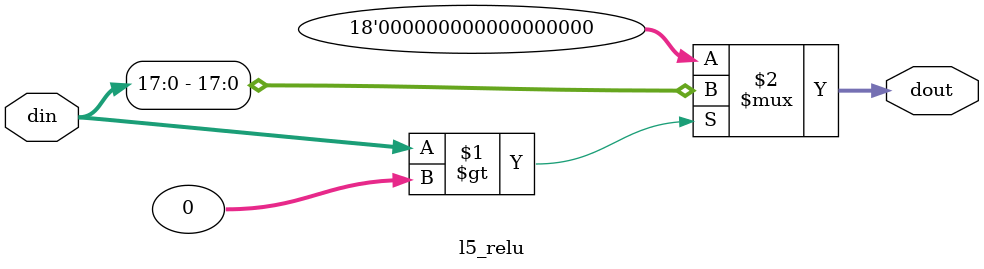
<source format=sv>
module l5_relu(din, dout);
input signed [35:0] din;
output [17:0] dout;

assign dout = din > 0 ? din[17:0] : 18'h0;

endmodule

</source>
